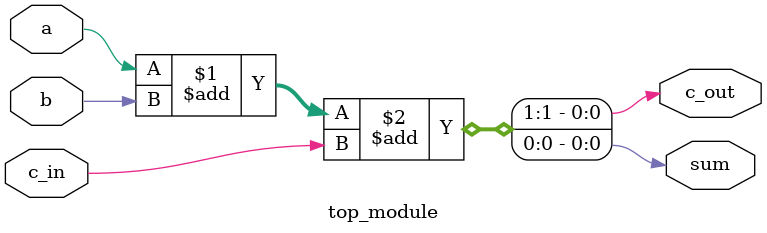
<source format=v>
module top_module(input a,
input b,
input c_in,
output c_out,
output sum
);
assign {c_out,sum}=a+b+c_in;
endmodule

</source>
